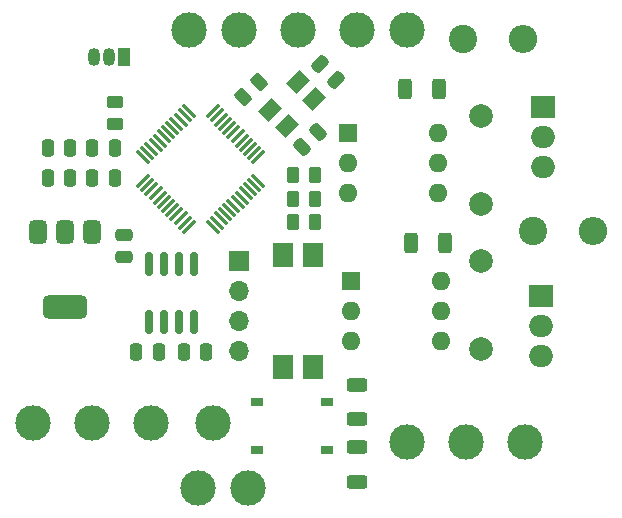
<source format=gbr>
%TF.GenerationSoftware,KiCad,Pcbnew,8.0.5-dirty*%
%TF.CreationDate,2024-11-05T15:40:09+03:00*%
%TF.ProjectId,switcher,73776974-6368-4657-922e-6b696361645f,rev?*%
%TF.SameCoordinates,Original*%
%TF.FileFunction,Soldermask,Top*%
%TF.FilePolarity,Negative*%
%FSLAX46Y46*%
G04 Gerber Fmt 4.6, Leading zero omitted, Abs format (unit mm)*
G04 Created by KiCad (PCBNEW 8.0.5-dirty) date 2024-11-05 15:40:09*
%MOMM*%
%LPD*%
G01*
G04 APERTURE LIST*
G04 Aperture macros list*
%AMRoundRect*
0 Rectangle with rounded corners*
0 $1 Rounding radius*
0 $2 $3 $4 $5 $6 $7 $8 $9 X,Y pos of 4 corners*
0 Add a 4 corners polygon primitive as box body*
4,1,4,$2,$3,$4,$5,$6,$7,$8,$9,$2,$3,0*
0 Add four circle primitives for the rounded corners*
1,1,$1+$1,$2,$3*
1,1,$1+$1,$4,$5*
1,1,$1+$1,$6,$7*
1,1,$1+$1,$8,$9*
0 Add four rect primitives between the rounded corners*
20,1,$1+$1,$2,$3,$4,$5,0*
20,1,$1+$1,$4,$5,$6,$7,0*
20,1,$1+$1,$6,$7,$8,$9,0*
20,1,$1+$1,$8,$9,$2,$3,0*%
%AMRotRect*
0 Rectangle, with rotation*
0 The origin of the aperture is its center*
0 $1 length*
0 $2 width*
0 $3 Rotation angle, in degrees counterclockwise*
0 Add horizontal line*
21,1,$1,$2,0,0,$3*%
G04 Aperture macros list end*
%ADD10C,3.000000*%
%ADD11RoundRect,0.250000X-0.159099X0.512652X-0.512652X0.159099X0.159099X-0.512652X0.512652X-0.159099X0*%
%ADD12RoundRect,0.250000X0.250000X0.475000X-0.250000X0.475000X-0.250000X-0.475000X0.250000X-0.475000X0*%
%ADD13RoundRect,0.250000X-0.312500X-0.625000X0.312500X-0.625000X0.312500X0.625000X-0.312500X0.625000X0*%
%ADD14C,2.000000*%
%ADD15RoundRect,0.250000X-0.262500X-0.450000X0.262500X-0.450000X0.262500X0.450000X-0.262500X0.450000X0*%
%ADD16RoundRect,0.250000X0.132583X-0.503814X0.503814X-0.132583X-0.132583X0.503814X-0.503814X0.132583X0*%
%ADD17R,2.000000X1.905000*%
%ADD18O,2.000000X1.905000*%
%ADD19RoundRect,0.250000X-0.250000X-0.475000X0.250000X-0.475000X0.250000X0.475000X-0.250000X0.475000X0*%
%ADD20RoundRect,0.150000X-0.150000X0.825000X-0.150000X-0.825000X0.150000X-0.825000X0.150000X0.825000X0*%
%ADD21RotRect,1.600000X1.300000X45.000000*%
%ADD22C,2.400000*%
%ADD23O,2.400000X2.400000*%
%ADD24R,1.050000X1.500000*%
%ADD25O,1.050000X1.500000*%
%ADD26R,1.600000X1.600000*%
%ADD27O,1.600000X1.600000*%
%ADD28R,1.000000X0.700000*%
%ADD29RoundRect,0.250000X-0.625000X0.312500X-0.625000X-0.312500X0.625000X-0.312500X0.625000X0.312500X0*%
%ADD30RoundRect,0.250000X0.475000X-0.250000X0.475000X0.250000X-0.475000X0.250000X-0.475000X-0.250000X0*%
%ADD31RoundRect,0.250000X0.450000X-0.262500X0.450000X0.262500X-0.450000X0.262500X-0.450000X-0.262500X0*%
%ADD32RoundRect,0.250000X0.512652X0.159099X0.159099X0.512652X-0.512652X-0.159099X-0.159099X-0.512652X0*%
%ADD33R,1.700000X1.700000*%
%ADD34O,1.700000X1.700000*%
%ADD35R,1.780000X2.000000*%
%ADD36RoundRect,0.075000X0.415425X0.521491X-0.521491X-0.415425X-0.415425X-0.521491X0.521491X0.415425X0*%
%ADD37RoundRect,0.075000X-0.415425X0.521491X-0.521491X0.415425X0.415425X-0.521491X0.521491X-0.415425X0*%
%ADD38RoundRect,0.375000X-0.375000X0.625000X-0.375000X-0.625000X0.375000X-0.625000X0.375000X0.625000X0*%
%ADD39RoundRect,0.500000X-1.400000X0.500000X-1.400000X-0.500000X1.400000X-0.500000X1.400000X0.500000X0*%
G04 APERTURE END LIST*
D10*
%TO.C,TP11*%
X135500000Y-61000000D03*
%TD*%
%TO.C,TP10*%
X145500000Y-61000000D03*
%TD*%
%TO.C,TP9*%
X136250000Y-99750000D03*
%TD*%
%TO.C,TP8*%
X132000000Y-99750000D03*
%TD*%
%TO.C,TP7*%
X140500000Y-61000000D03*
%TD*%
%TO.C,TP6*%
X131250000Y-61000000D03*
%TD*%
%TO.C,TP5*%
X149750000Y-61000000D03*
%TD*%
D11*
%TO.C,C2*%
X142171751Y-69578249D03*
X140828249Y-70921751D03*
%TD*%
D12*
%TO.C,C16*%
X130800000Y-88250000D03*
X132700000Y-88250000D03*
%TD*%
D13*
%TO.C,R18*%
X149537500Y-66000000D03*
X152462500Y-66000000D03*
%TD*%
D10*
%TO.C,J1*%
X118010000Y-94250000D03*
X123010000Y-94250000D03*
X128010000Y-94250000D03*
X133250000Y-94250000D03*
%TD*%
D14*
%TO.C,C18*%
X156000000Y-75750000D03*
X156000000Y-68250000D03*
%TD*%
D15*
%TO.C,R17*%
X140087500Y-73250000D03*
X141912500Y-73250000D03*
%TD*%
D12*
%TO.C,C17*%
X128700000Y-88250000D03*
X126800000Y-88250000D03*
%TD*%
D16*
%TO.C,R6*%
X137145235Y-65354765D03*
X135854765Y-66645235D03*
%TD*%
D17*
%TO.C,Q2*%
X161250000Y-67500000D03*
D18*
X161250000Y-70040000D03*
X161250000Y-72580000D03*
%TD*%
D14*
%TO.C,C19*%
X156000000Y-88000000D03*
X156000000Y-80500000D03*
%TD*%
D19*
%TO.C,C12*%
X119300000Y-71000000D03*
X121200000Y-71000000D03*
%TD*%
D17*
%TO.C,Q1*%
X161055000Y-83460000D03*
D18*
X161055000Y-86000000D03*
X161055000Y-88540000D03*
%TD*%
D20*
%TO.C,U7*%
X131655000Y-80775000D03*
X130385000Y-80775000D03*
X129115000Y-80775000D03*
X127845000Y-80775000D03*
X127845000Y-85725000D03*
X129115000Y-85725000D03*
X130385000Y-85725000D03*
X131655000Y-85725000D03*
%TD*%
D21*
%TO.C,Y1*%
X139540381Y-69123833D03*
X141873833Y-66790381D03*
X140459619Y-65376167D03*
X138126167Y-67709619D03*
%TD*%
D22*
%TO.C,R21*%
X160385000Y-78000000D03*
D23*
X165465000Y-78000000D03*
%TD*%
D13*
%TO.C,R14*%
X150037500Y-79000000D03*
X152962500Y-79000000D03*
%TD*%
D24*
%TO.C,U3*%
X125750000Y-63250000D03*
D25*
X124480000Y-63250000D03*
X123210000Y-63250000D03*
%TD*%
D26*
%TO.C,U6*%
X144700000Y-69725000D03*
D27*
X144700000Y-72265000D03*
X144700000Y-74805000D03*
X152320000Y-74805000D03*
X152320000Y-72265000D03*
X152320000Y-69725000D03*
%TD*%
D15*
%TO.C,R7*%
X140087500Y-75250000D03*
X141912500Y-75250000D03*
%TD*%
%TO.C,R15*%
X140100000Y-77250000D03*
X141925000Y-77250000D03*
%TD*%
D10*
%TO.C,J7*%
X149700000Y-95900000D03*
X154700000Y-95900000D03*
X159700000Y-95900000D03*
%TD*%
D28*
%TO.C,D2*%
X142975000Y-96500000D03*
X142975000Y-92500000D03*
X137025000Y-92500000D03*
X137025000Y-96500000D03*
%TD*%
D29*
%TO.C,R12*%
X145500000Y-91000000D03*
X145500000Y-93925000D03*
%TD*%
%TO.C,R13*%
X145500000Y-96287500D03*
X145500000Y-99212500D03*
%TD*%
D22*
%TO.C,R20*%
X154485000Y-61750000D03*
D23*
X159565000Y-61750000D03*
%TD*%
D12*
%TO.C,C5*%
X124950000Y-71000000D03*
X123050000Y-71000000D03*
%TD*%
D30*
%TO.C,C13*%
X125750000Y-80200000D03*
X125750000Y-78300000D03*
%TD*%
D31*
%TO.C,R3*%
X125000000Y-68912500D03*
X125000000Y-67087500D03*
%TD*%
D32*
%TO.C,C3*%
X142328249Y-63828249D03*
X143671751Y-65171751D03*
%TD*%
D26*
%TO.C,U5*%
X144950000Y-82225000D03*
D27*
X144950000Y-84765000D03*
X144950000Y-87305000D03*
X152570000Y-87305000D03*
X152570000Y-84765000D03*
X152570000Y-82225000D03*
%TD*%
D19*
%TO.C,C10*%
X119300000Y-73500000D03*
X121200000Y-73500000D03*
%TD*%
D33*
%TO.C,J4*%
X135500000Y-80500000D03*
D34*
X135500000Y-83040000D03*
X135500000Y-85580000D03*
X135500000Y-88120000D03*
%TD*%
D12*
%TO.C,C8*%
X124950000Y-73500000D03*
X123050000Y-73500000D03*
%TD*%
D35*
%TO.C,U4*%
X139210000Y-89515000D03*
X141750000Y-89515000D03*
X141750000Y-79985000D03*
X139210000Y-79985000D03*
%TD*%
D36*
%TO.C,U1*%
X137137876Y-71751212D03*
X136784322Y-71397658D03*
X136430769Y-71044105D03*
X136077215Y-70690551D03*
X135723662Y-70336998D03*
X135370109Y-69983445D03*
X135016555Y-69629891D03*
X134663002Y-69276338D03*
X134309449Y-68922785D03*
X133955895Y-68569231D03*
X133602342Y-68215678D03*
X133248788Y-67862124D03*
D37*
X131251212Y-67862124D03*
X130897658Y-68215678D03*
X130544105Y-68569231D03*
X130190551Y-68922785D03*
X129836998Y-69276338D03*
X129483445Y-69629891D03*
X129129891Y-69983445D03*
X128776338Y-70336998D03*
X128422785Y-70690551D03*
X128069231Y-71044105D03*
X127715678Y-71397658D03*
X127362124Y-71751212D03*
D36*
X127362124Y-73748788D03*
X127715678Y-74102342D03*
X128069231Y-74455895D03*
X128422785Y-74809449D03*
X128776338Y-75163002D03*
X129129891Y-75516555D03*
X129483445Y-75870109D03*
X129836998Y-76223662D03*
X130190551Y-76577215D03*
X130544105Y-76930769D03*
X130897658Y-77284322D03*
X131251212Y-77637876D03*
D37*
X133248788Y-77637876D03*
X133602342Y-77284322D03*
X133955895Y-76930769D03*
X134309449Y-76577215D03*
X134663002Y-76223662D03*
X135016555Y-75870109D03*
X135370109Y-75516555D03*
X135723662Y-75163002D03*
X136077215Y-74809449D03*
X136430769Y-74455895D03*
X136784322Y-74102342D03*
X137137876Y-73748788D03*
%TD*%
D38*
%TO.C,U2*%
X123050000Y-78100000D03*
X120750000Y-78100000D03*
D39*
X120750000Y-84400000D03*
D38*
X118450000Y-78100000D03*
%TD*%
M02*

</source>
